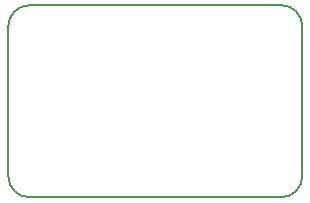
<source format=gko>
%TF.GenerationSoftware,KiCad,Pcbnew,4.0.5-e0-6337~49~ubuntu16.04.1*%
%TF.CreationDate,2017-02-24T14:19:37-08:00*%
%TF.ProjectId,sd-micro-pushpull-0475710001-breakout,73642D6D6963726F2D7075736870756C,v1.0*%
%TF.FileFunction,Profile,NP*%
%FSLAX46Y46*%
G04 Gerber Fmt 4.6, Leading zero omitted, Abs format (unit mm)*
G04 Created by KiCad (PCBNEW 4.0.5-e0-6337~49~ubuntu16.04.1) date Fri Feb 24 14:19:37 2017*
%MOMM*%
%LPD*%
G01*
G04 APERTURE LIST*
%ADD10C,0.350000*%
%ADD11C,0.152400*%
G04 APERTURE END LIST*
D10*
D11*
X121920000Y-93980000D02*
X121920000Y-106680000D01*
X146812000Y-93980000D02*
X146812000Y-106680000D01*
X121920000Y-106680000D02*
G75*
G03X123698000Y-108458000I1778000J0D01*
G01*
X145034000Y-108458000D02*
X123698000Y-108458000D01*
X145034000Y-108458000D02*
G75*
G03X146812000Y-106680000I0J1778000D01*
G01*
X146812000Y-93980000D02*
G75*
G03X145034000Y-92202000I-1778000J0D01*
G01*
X123698000Y-92202000D02*
X145034000Y-92202000D01*
X123698000Y-92202000D02*
G75*
G03X121920000Y-93980000I0J-1778000D01*
G01*
M02*

</source>
